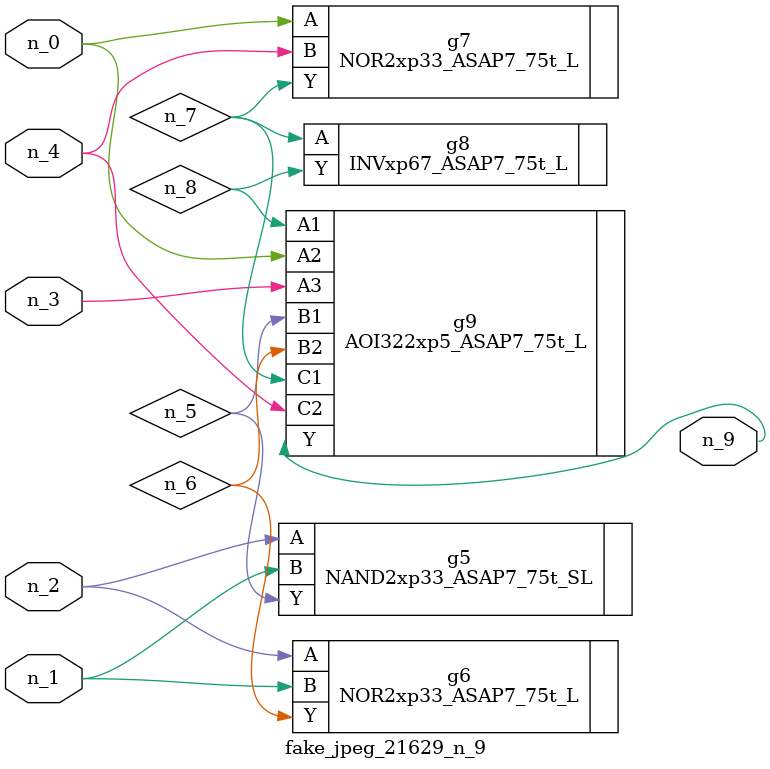
<source format=v>
module fake_jpeg_21629_n_9 (n_3, n_2, n_1, n_0, n_4, n_9);

input n_3;
input n_2;
input n_1;
input n_0;
input n_4;

output n_9;

wire n_8;
wire n_6;
wire n_5;
wire n_7;

NAND2xp33_ASAP7_75t_SL g5 ( 
.A(n_2),
.B(n_1),
.Y(n_5)
);

NOR2xp33_ASAP7_75t_L g6 ( 
.A(n_2),
.B(n_1),
.Y(n_6)
);

NOR2xp33_ASAP7_75t_L g7 ( 
.A(n_0),
.B(n_4),
.Y(n_7)
);

INVxp67_ASAP7_75t_L g8 ( 
.A(n_7),
.Y(n_8)
);

AOI322xp5_ASAP7_75t_L g9 ( 
.A1(n_8),
.A2(n_0),
.A3(n_3),
.B1(n_5),
.B2(n_6),
.C1(n_7),
.C2(n_4),
.Y(n_9)
);


endmodule
</source>
